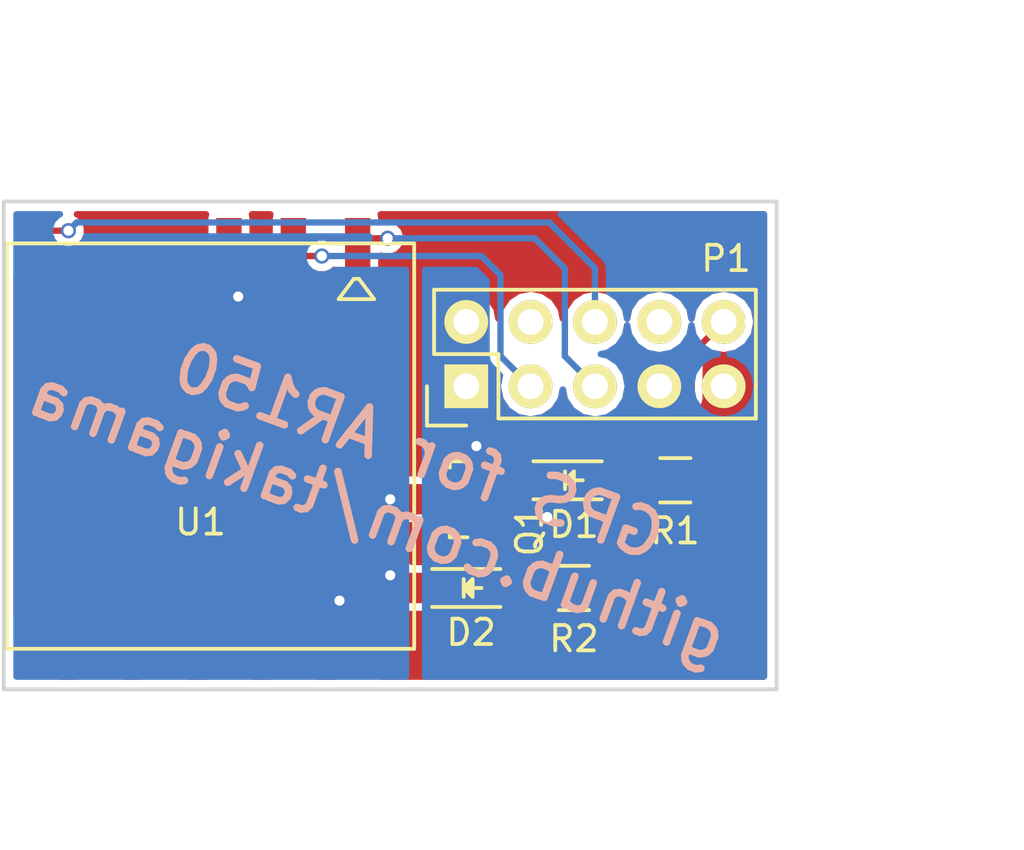
<source format=kicad_pcb>
(kicad_pcb (version 4) (host pcbnew 4.0.2+dfsg1-stable)

  (general
    (links 17)
    (no_connects 0)
    (area 118.589999 91.125 152.922 120.9815)
    (thickness 1.6)
    (drawings 7)
    (tracks 51)
    (zones 0)
    (modules 7)
    (nets 10)
  )

  (page A4)
  (layers
    (0 F.Cu signal)
    (31 B.Cu signal)
    (32 B.Adhes user)
    (33 F.Adhes user)
    (34 B.Paste user)
    (35 F.Paste user)
    (36 B.SilkS user)
    (37 F.SilkS user)
    (38 B.Mask user)
    (39 F.Mask user)
    (40 Dwgs.User user)
    (41 Cmts.User user)
    (42 Eco1.User user)
    (43 Eco2.User user)
    (44 Edge.Cuts user)
    (45 Margin user)
    (46 B.CrtYd user)
    (47 F.CrtYd user)
    (48 B.Fab user)
    (49 F.Fab user)
  )

  (setup
    (last_trace_width 0.25)
    (user_trace_width 0.4)
    (user_trace_width 0.6)
    (user_trace_width 0.8)
    (user_trace_width 1)
    (user_trace_width 1.2)
    (user_trace_width 1.5)
    (user_trace_width 1.8)
    (user_trace_width 2.5)
    (trace_clearance 0.2)
    (zone_clearance 0.3)
    (zone_45_only no)
    (trace_min 0.2)
    (segment_width 0.2)
    (edge_width 0.15)
    (via_size 0.6)
    (via_drill 0.4)
    (via_min_size 0.4)
    (via_min_drill 0.3)
    (uvia_size 0.3)
    (uvia_drill 0.1)
    (uvias_allowed no)
    (uvia_min_size 0.2)
    (uvia_min_drill 0.1)
    (pcb_text_width 0.3)
    (pcb_text_size 1.5 1.5)
    (mod_edge_width 0.15)
    (mod_text_size 1 1)
    (mod_text_width 0.15)
    (pad_size 1.524 1.524)
    (pad_drill 0.762)
    (pad_to_mask_clearance 0.2)
    (aux_axis_origin 0 0)
    (visible_elements FFFFFF7F)
    (pcbplotparams
      (layerselection 0x00030_80000001)
      (usegerberextensions false)
      (excludeedgelayer true)
      (linewidth 0.100000)
      (plotframeref false)
      (viasonmask false)
      (mode 1)
      (useauxorigin false)
      (hpglpennumber 1)
      (hpglpenspeed 20)
      (hpglpendiameter 15)
      (hpglpenoverlay 2)
      (psnegative false)
      (psa4output false)
      (plotreference true)
      (plotvalue true)
      (plotinvisibletext false)
      (padsonsilk false)
      (subtractmaskfromsilk false)
      (outputformat 1)
      (mirror false)
      (drillshape 1)
      (scaleselection 1)
      (outputdirectory ""))
  )

  (net 0 "")
  (net 1 "Net-(D1-Pad2)")
  (net 2 GND)
  (net 3 "Net-(D2-Pad2)")
  (net 4 GP_GND)
  (net 5 RX)
  (net 6 TX)
  (net 7 GP_14)
  (net 8 +3V3)
  (net 9 GP_17)

  (net_class Default "This is the default net class."
    (clearance 0.2)
    (trace_width 0.25)
    (via_dia 0.6)
    (via_drill 0.4)
    (uvia_dia 0.3)
    (uvia_drill 0.1)
    (add_net +3V3)
    (add_net GND)
    (add_net GP_14)
    (add_net GP_17)
    (add_net GP_GND)
    (add_net "Net-(D1-Pad2)")
    (add_net "Net-(D2-Pad2)")
    (add_net RX)
    (add_net TX)
  )

  (module LEDs:LED_0805 (layer F.Cu) (tedit 55BDE1C2) (tstamp 59119C84)
    (at 141.25 106.25)
    (descr "LED 0805 smd package")
    (tags "LED 0805 SMD")
    (path /59110B72)
    (attr smd)
    (fp_text reference D1 (at 0 1.75) (layer F.SilkS)
      (effects (font (size 1 1) (thickness 0.15)))
    )
    (fp_text value LED (at 9.99 4.745) (layer F.Fab)
      (effects (font (size 1 1) (thickness 0.15)))
    )
    (fp_line (start -1.6 0.75) (end 1.1 0.75) (layer F.SilkS) (width 0.15))
    (fp_line (start -1.6 -0.75) (end 1.1 -0.75) (layer F.SilkS) (width 0.15))
    (fp_line (start -0.1 0.15) (end -0.1 -0.1) (layer F.SilkS) (width 0.15))
    (fp_line (start -0.1 -0.1) (end -0.25 0.05) (layer F.SilkS) (width 0.15))
    (fp_line (start -0.35 -0.35) (end -0.35 0.35) (layer F.SilkS) (width 0.15))
    (fp_line (start 0 0) (end 0.35 0) (layer F.SilkS) (width 0.15))
    (fp_line (start -0.35 0) (end 0 -0.35) (layer F.SilkS) (width 0.15))
    (fp_line (start 0 -0.35) (end 0 0.35) (layer F.SilkS) (width 0.15))
    (fp_line (start 0 0.35) (end -0.35 0) (layer F.SilkS) (width 0.15))
    (fp_line (start 1.9 -0.95) (end 1.9 0.95) (layer F.CrtYd) (width 0.05))
    (fp_line (start 1.9 0.95) (end -1.9 0.95) (layer F.CrtYd) (width 0.05))
    (fp_line (start -1.9 0.95) (end -1.9 -0.95) (layer F.CrtYd) (width 0.05))
    (fp_line (start -1.9 -0.95) (end 1.9 -0.95) (layer F.CrtYd) (width 0.05))
    (pad 2 smd rect (at 1.04902 0 180) (size 1.19888 1.19888) (layers F.Cu F.Paste F.Mask)
      (net 1 "Net-(D1-Pad2)"))
    (pad 1 smd rect (at -1.04902 0 180) (size 1.19888 1.19888) (layers F.Cu F.Paste F.Mask)
      (net 2 GND))
    (model LEDs.3dshapes/LED_0805.wrl
      (at (xyz 0 0 0))
      (scale (xyz 1 1 1))
      (rotate (xyz 0 0 0))
    )
  )

  (module LEDs:LED_0805 (layer F.Cu) (tedit 55BDE1C2) (tstamp 59119C8A)
    (at 137.25 110.5)
    (descr "LED 0805 smd package")
    (tags "LED 0805 SMD")
    (path /59110BF4)
    (attr smd)
    (fp_text reference D2 (at -0.057 1.7565) (layer F.SilkS)
      (effects (font (size 1 1) (thickness 0.15)))
    )
    (fp_text value LED (at 0.193 9.5065) (layer F.Fab)
      (effects (font (size 1 1) (thickness 0.15)))
    )
    (fp_line (start -1.6 0.75) (end 1.1 0.75) (layer F.SilkS) (width 0.15))
    (fp_line (start -1.6 -0.75) (end 1.1 -0.75) (layer F.SilkS) (width 0.15))
    (fp_line (start -0.1 0.15) (end -0.1 -0.1) (layer F.SilkS) (width 0.15))
    (fp_line (start -0.1 -0.1) (end -0.25 0.05) (layer F.SilkS) (width 0.15))
    (fp_line (start -0.35 -0.35) (end -0.35 0.35) (layer F.SilkS) (width 0.15))
    (fp_line (start 0 0) (end 0.35 0) (layer F.SilkS) (width 0.15))
    (fp_line (start -0.35 0) (end 0 -0.35) (layer F.SilkS) (width 0.15))
    (fp_line (start 0 -0.35) (end 0 0.35) (layer F.SilkS) (width 0.15))
    (fp_line (start 0 0.35) (end -0.35 0) (layer F.SilkS) (width 0.15))
    (fp_line (start 1.9 -0.95) (end 1.9 0.95) (layer F.CrtYd) (width 0.05))
    (fp_line (start 1.9 0.95) (end -1.9 0.95) (layer F.CrtYd) (width 0.05))
    (fp_line (start -1.9 0.95) (end -1.9 -0.95) (layer F.CrtYd) (width 0.05))
    (fp_line (start -1.9 -0.95) (end 1.9 -0.95) (layer F.CrtYd) (width 0.05))
    (pad 2 smd rect (at 1.04902 0 180) (size 1.19888 1.19888) (layers F.Cu F.Paste F.Mask)
      (net 3 "Net-(D2-Pad2)"))
    (pad 1 smd rect (at -1.04902 0 180) (size 1.19888 1.19888) (layers F.Cu F.Paste F.Mask)
      (net 4 GP_GND))
    (model LEDs.3dshapes/LED_0805.wrl
      (at (xyz 0 0 0))
      (scale (xyz 1 1 1))
      (rotate (xyz 0 0 0))
    )
  )

  (module Pin_Headers:Pin_Header_Straight_2x05 (layer F.Cu) (tedit 0) (tstamp 59119C98)
    (at 137 102.54 90)
    (descr "Through hole pin header")
    (tags "pin header")
    (path /591108C0)
    (fp_text reference P1 (at 5.04 10.25 180) (layer F.SilkS)
      (effects (font (size 1 1) (thickness 0.15)))
    )
    (fp_text value CONN_02X05 (at 10.29 4.689 180) (layer F.Fab)
      (effects (font (size 1 1) (thickness 0.15)))
    )
    (fp_line (start -1.75 -1.75) (end -1.75 11.95) (layer F.CrtYd) (width 0.05))
    (fp_line (start 4.3 -1.75) (end 4.3 11.95) (layer F.CrtYd) (width 0.05))
    (fp_line (start -1.75 -1.75) (end 4.3 -1.75) (layer F.CrtYd) (width 0.05))
    (fp_line (start -1.75 11.95) (end 4.3 11.95) (layer F.CrtYd) (width 0.05))
    (fp_line (start 3.81 -1.27) (end 3.81 11.43) (layer F.SilkS) (width 0.15))
    (fp_line (start 3.81 11.43) (end -1.27 11.43) (layer F.SilkS) (width 0.15))
    (fp_line (start -1.27 11.43) (end -1.27 1.27) (layer F.SilkS) (width 0.15))
    (fp_line (start 3.81 -1.27) (end 1.27 -1.27) (layer F.SilkS) (width 0.15))
    (fp_line (start 0 -1.55) (end -1.55 -1.55) (layer F.SilkS) (width 0.15))
    (fp_line (start 1.27 -1.27) (end 1.27 1.27) (layer F.SilkS) (width 0.15))
    (fp_line (start 1.27 1.27) (end -1.27 1.27) (layer F.SilkS) (width 0.15))
    (fp_line (start -1.55 -1.55) (end -1.55 0) (layer F.SilkS) (width 0.15))
    (pad 1 thru_hole rect (at 0 0 90) (size 1.7272 1.7272) (drill 1.016) (layers *.Cu *.Mask F.SilkS)
      (net 2 GND))
    (pad 2 thru_hole oval (at 2.54 0 90) (size 1.7272 1.7272) (drill 1.016) (layers *.Cu *.Mask F.SilkS)
      (net 2 GND))
    (pad 3 thru_hole oval (at 0 2.54 90) (size 1.7272 1.7272) (drill 1.016) (layers *.Cu *.Mask F.SilkS)
      (net 5 RX))
    (pad 4 thru_hole oval (at 2.54 2.54 90) (size 1.7272 1.7272) (drill 1.016) (layers *.Cu *.Mask F.SilkS))
    (pad 5 thru_hole oval (at 0 5.08 90) (size 1.7272 1.7272) (drill 1.016) (layers *.Cu *.Mask F.SilkS)
      (net 6 TX))
    (pad 6 thru_hole oval (at 2.54 5.08 90) (size 1.7272 1.7272) (drill 1.016) (layers *.Cu *.Mask F.SilkS)
      (net 7 GP_14))
    (pad 7 thru_hole oval (at 0 7.62 90) (size 1.7272 1.7272) (drill 1.016) (layers *.Cu *.Mask F.SilkS)
      (net 2 GND))
    (pad 8 thru_hole oval (at 2.54 7.62 90) (size 1.7272 1.7272) (drill 1.016) (layers *.Cu *.Mask F.SilkS))
    (pad 9 thru_hole oval (at 0 10.16 90) (size 1.7272 1.7272) (drill 1.016) (layers *.Cu *.Mask F.SilkS)
      (net 8 +3V3))
    (pad 10 thru_hole oval (at 2.54 10.16 90) (size 1.7272 1.7272) (drill 1.016) (layers *.Cu *.Mask F.SilkS)
      (net 9 GP_17))
    (model Pin_Headers.3dshapes/Pin_Header_Straight_2x05.wrl
      (at (xyz 0.05 -0.2 0))
      (scale (xyz 1 1 1))
      (rotate (xyz 0 0 90))
    )
  )

  (module TO_SOT_Packages_SMD:SOT-23 (layer F.Cu) (tedit 553634F8) (tstamp 59119C9F)
    (at 137 107 90)
    (descr "SOT-23, Standard")
    (tags SOT-23)
    (path /59110876)
    (attr smd)
    (fp_text reference Q1 (at -1.25 2.5 90) (layer F.SilkS)
      (effects (font (size 1 1) (thickness 0.15)))
    )
    (fp_text value BSS138 (at -0.372 14.947 90) (layer F.Fab)
      (effects (font (size 1 1) (thickness 0.15)))
    )
    (fp_line (start -1.65 -1.6) (end 1.65 -1.6) (layer F.CrtYd) (width 0.05))
    (fp_line (start 1.65 -1.6) (end 1.65 1.6) (layer F.CrtYd) (width 0.05))
    (fp_line (start 1.65 1.6) (end -1.65 1.6) (layer F.CrtYd) (width 0.05))
    (fp_line (start -1.65 1.6) (end -1.65 -1.6) (layer F.CrtYd) (width 0.05))
    (fp_line (start 1.29916 -0.65024) (end 1.2509 -0.65024) (layer F.SilkS) (width 0.15))
    (fp_line (start -1.49982 0.0508) (end -1.49982 -0.65024) (layer F.SilkS) (width 0.15))
    (fp_line (start -1.49982 -0.65024) (end -1.2509 -0.65024) (layer F.SilkS) (width 0.15))
    (fp_line (start 1.29916 -0.65024) (end 1.49982 -0.65024) (layer F.SilkS) (width 0.15))
    (fp_line (start 1.49982 -0.65024) (end 1.49982 0.0508) (layer F.SilkS) (width 0.15))
    (pad 1 smd rect (at -0.95 1.00076 90) (size 0.8001 0.8001) (layers F.Cu F.Paste F.Mask)
      (net 9 GP_17))
    (pad 2 smd rect (at 0.95 1.00076 90) (size 0.8001 0.8001) (layers F.Cu F.Paste F.Mask)
      (net 2 GND))
    (pad 3 smd rect (at 0 -0.99822 90) (size 0.8001 0.8001) (layers F.Cu F.Paste F.Mask)
      (net 4 GP_GND))
    (model TO_SOT_Packages_SMD.3dshapes/SOT-23.wrl
      (at (xyz 0 0 0))
      (scale (xyz 1 1 1))
      (rotate (xyz 0 0 0))
    )
  )

  (module Resistors_SMD:R_0805 (layer F.Cu) (tedit 5415CDEB) (tstamp 59119CA5)
    (at 145.25 106.25 180)
    (descr "Resistor SMD 0805, reflow soldering, Vishay (see dcrcw.pdf)")
    (tags "resistor 0805")
    (path /59110C24)
    (attr smd)
    (fp_text reference R1 (at 0.012 -2 180) (layer F.SilkS)
      (effects (font (size 1 1) (thickness 0.15)))
    )
    (fp_text value R (at -4.75 0.255 180) (layer F.Fab)
      (effects (font (size 1 1) (thickness 0.15)))
    )
    (fp_line (start -1.6 -1) (end 1.6 -1) (layer F.CrtYd) (width 0.05))
    (fp_line (start -1.6 1) (end 1.6 1) (layer F.CrtYd) (width 0.05))
    (fp_line (start -1.6 -1) (end -1.6 1) (layer F.CrtYd) (width 0.05))
    (fp_line (start 1.6 -1) (end 1.6 1) (layer F.CrtYd) (width 0.05))
    (fp_line (start 0.6 0.875) (end -0.6 0.875) (layer F.SilkS) (width 0.15))
    (fp_line (start -0.6 -0.875) (end 0.6 -0.875) (layer F.SilkS) (width 0.15))
    (pad 1 smd rect (at -0.95 0 180) (size 0.7 1.3) (layers F.Cu F.Paste F.Mask)
      (net 8 +3V3))
    (pad 2 smd rect (at 0.95 0 180) (size 0.7 1.3) (layers F.Cu F.Paste F.Mask)
      (net 1 "Net-(D1-Pad2)"))
    (model Resistors_SMD.3dshapes/R_0805.wrl
      (at (xyz 0 0 0))
      (scale (xyz 1 1 1))
      (rotate (xyz 0 0 0))
    )
  )

  (module Resistors_SMD:R_0805 (layer F.Cu) (tedit 5415CDEB) (tstamp 59119CAB)
    (at 141.25 110.5 180)
    (descr "Resistor SMD 0805, reflow soldering, Vishay (see dcrcw.pdf)")
    (tags "resistor 0805")
    (path /59110C69)
    (attr smd)
    (fp_text reference R2 (at 0 -2.0065 180) (layer F.SilkS)
      (effects (font (size 1 1) (thickness 0.15)))
    )
    (fp_text value R (at -9.0045 -0.0065 180) (layer F.Fab)
      (effects (font (size 1 1) (thickness 0.15)))
    )
    (fp_line (start -1.6 -1) (end 1.6 -1) (layer F.CrtYd) (width 0.05))
    (fp_line (start -1.6 1) (end 1.6 1) (layer F.CrtYd) (width 0.05))
    (fp_line (start -1.6 -1) (end -1.6 1) (layer F.CrtYd) (width 0.05))
    (fp_line (start 1.6 -1) (end 1.6 1) (layer F.CrtYd) (width 0.05))
    (fp_line (start 0.6 0.875) (end -0.6 0.875) (layer F.SilkS) (width 0.15))
    (fp_line (start -0.6 -0.875) (end 0.6 -0.875) (layer F.SilkS) (width 0.15))
    (pad 1 smd rect (at -0.95 0 180) (size 0.7 1.3) (layers F.Cu F.Paste F.Mask)
      (net 8 +3V3))
    (pad 2 smd rect (at 0.95 0 180) (size 0.7 1.3) (layers F.Cu F.Paste F.Mask)
      (net 3 "Net-(D2-Pad2)"))
    (model Resistors_SMD.3dshapes/R_0805.wrl
      (at (xyz 0 0 0))
      (scale (xyz 1 1 1))
      (rotate (xyz 0 0 0))
    )
  )

  (module MyKiCadLibs:QUECTEL-L80 (layer F.Cu) (tedit 593979B8) (tstamp 59119CBF)
    (at 126.365 104.901)
    (path /5911353A)
    (fp_text reference U1 (at 0.148 3) (layer F.SilkS)
      (effects (font (size 1 1) (thickness 0.15)))
    )
    (fp_text value QUECTEL-L80 (at 0.048 -3) (layer F.Fab)
      (effects (font (size 1 1) (thickness 0.15)))
    )
    (fp_line (start 5.6 -5.8) (end 6.2 -6.6) (layer F.SilkS) (width 0.15))
    (fp_line (start 7 -5.8) (end 5.6 -5.8) (layer F.SilkS) (width 0.15))
    (fp_line (start 6.4 -6.6) (end 7 -5.8) (layer F.SilkS) (width 0.15))
    (fp_line (start 6.2 -6.6) (end 6.4 -6.6) (layer F.SilkS) (width 0.15))
    (fp_line (start 8.58 -8) (end -7.5 -8) (layer F.SilkS) (width 0.15))
    (fp_line (start 8.58 8) (end 8.58 -8) (layer F.SilkS) (width 0.15))
    (fp_line (start -7.5 8) (end 8.58 8) (layer F.SilkS) (width 0.15))
    (fp_line (start -7.5 -8) (end -7.5 8) (layer F.SilkS) (width 0.15))
    (pad 6 smd rect (at -6.35 -8) (size 1 2) (layers F.Cu F.Paste F.Mask)
      (net 7 GP_14))
    (pad 5 smd rect (at -3.81 -8) (size 1 2) (layers F.Cu F.Paste F.Mask)
      (net 8 +3V3))
    (pad 4 smd rect (at -1.27 -8) (size 1 2) (layers F.Cu F.Paste F.Mask)
      (net 8 +3V3))
    (pad 3 smd rect (at 1.27 -8) (size 1 2) (layers F.Cu F.Paste F.Mask)
      (net 4 GP_GND))
    (pad 2 smd rect (at 3.81 -8) (size 1 2) (layers F.Cu F.Paste F.Mask)
      (net 5 RX))
    (pad 1 smd rect (at 6.35 -8) (size 1 2) (layers F.Cu F.Paste F.Mask)
      (net 6 TX))
    (pad 7 smd rect (at -6.35 8) (size 1 2) (layers F.Cu F.Paste F.Mask))
    (pad 8 smd rect (at -3.81 8) (size 1 2) (layers F.Cu F.Paste F.Mask))
    (pad 9 smd rect (at -1.27 8) (size 1 2) (layers F.Cu F.Paste F.Mask))
    (pad 10 smd rect (at 1.288 8) (size 1 2) (layers F.Cu F.Paste F.Mask))
    (pad 11 smd rect (at 3.81 8) (size 1 2) (layers F.Cu F.Paste F.Mask))
    (pad 12 smd rect (at 6.35 8) (size 1 2) (layers F.Cu F.Paste F.Mask)
      (net 4 GP_GND))
  )

  (dimension 19.25 (width 0.3) (layer Cmts.User)
    (gr_text "19.250 mm" (at 156.35 104.875 270) (layer Cmts.User)
      (effects (font (size 1.5 1.5) (thickness 0.3)))
    )
    (feature1 (pts (xy 150 114.5) (xy 157.7 114.5)))
    (feature2 (pts (xy 150 95.25) (xy 157.7 95.25)))
    (crossbar (pts (xy 155 95.25) (xy 155 114.5)))
    (arrow1a (pts (xy 155 114.5) (xy 154.413579 113.373496)))
    (arrow1b (pts (xy 155 114.5) (xy 155.586421 113.373496)))
    (arrow2a (pts (xy 155 95.25) (xy 154.413579 96.376504)))
    (arrow2b (pts (xy 155 95.25) (xy 155.586421 96.376504)))
  )
  (dimension 30.5 (width 0.3) (layer Cmts.User)
    (gr_text "30.500 mm" (at 134 89.15) (layer Cmts.User)
      (effects (font (size 1.5 1.5) (thickness 0.3)))
    )
    (feature1 (pts (xy 149.25 94) (xy 149.25 87.8)))
    (feature2 (pts (xy 118.75 94) (xy 118.75 87.8)))
    (crossbar (pts (xy 118.75 90.5) (xy 149.25 90.5)))
    (arrow1a (pts (xy 149.25 90.5) (xy 148.123496 91.086421)))
    (arrow1b (pts (xy 149.25 90.5) (xy 148.123496 89.913579)))
    (arrow2a (pts (xy 118.75 90.5) (xy 119.876504 91.086421)))
    (arrow2b (pts (xy 118.75 90.5) (xy 119.876504 89.913579)))
  )
  (gr_text "GPS for AR150 \ngithub.com/takigama" (at 134 106.25 340) (layer B.SilkS)
    (effects (font (size 1.8 1.8) (thickness 0.3)) (justify mirror))
  )
  (gr_line (start 149.25 95.25) (end 118.75 95.25) (layer Edge.Cuts) (width 0.15))
  (gr_line (start 149.25 114.5) (end 149.25 95.25) (layer Edge.Cuts) (width 0.15))
  (gr_line (start 118.75 114.5) (end 149.25 114.5) (layer Edge.Cuts) (width 0.15))
  (gr_line (start 118.75 95.25) (end 118.75 114.5) (layer Edge.Cuts) (width 0.15))

  (segment (start 142.29902 106.25) (end 144.3 106.25) (width 1.2) (layer F.Cu) (net 1))
  (segment (start 138.00076 106.05) (end 138.00076 105.50076) (width 1.2) (layer F.Cu) (net 2))
  (segment (start 138.00076 105.50076) (end 137.4 104.9) (width 1.2) (layer F.Cu) (net 2))
  (via (at 137.4 104.9) (size 0.6) (drill 0.4) (layers F.Cu B.Cu) (net 2))
  (segment (start 140.20098 106.25) (end 140.20098 107.69902) (width 1.2) (layer F.Cu) (net 2))
  (segment (start 140.20098 107.69902) (end 140.2 107.7) (width 1.2) (layer F.Cu) (net 2))
  (via (at 140.2 107.7) (size 0.6) (drill 0.4) (layers F.Cu B.Cu) (net 2))
  (segment (start 138.29902 110.5) (end 140.3 110.5) (width 1.2) (layer F.Cu) (net 3))
  (segment (start 136.00178 107) (end 134 107) (width 1.2) (layer F.Cu) (net 4))
  (via (at 134 107) (size 0.6) (drill 0.4) (layers F.Cu B.Cu) (net 4))
  (segment (start 134 110.09846) (end 134 110) (width 1.2) (layer F.Cu) (net 4))
  (via (at 134 110) (size 0.6) (drill 0.4) (layers F.Cu B.Cu) (net 4))
  (segment (start 136.20098 110.5) (end 134.40154 110.5) (width 1.2) (layer F.Cu) (net 4))
  (segment (start 134.40154 110.5) (end 134 110.09846) (width 1.2) (layer F.Cu) (net 4))
  (segment (start 132.715 112.901) (end 132.715 111.715) (width 1.2) (layer F.Cu) (net 4))
  (segment (start 132.715 111.715) (end 132 111) (width 1.2) (layer F.Cu) (net 4))
  (via (at 132 111) (size 0.6) (drill 0.4) (layers F.Cu B.Cu) (net 4))
  (segment (start 127.635 96.901) (end 127.635 98.635) (width 1.2) (layer F.Cu) (net 4))
  (segment (start 127.635 98.635) (end 128 99) (width 1.2) (layer F.Cu) (net 4))
  (via (at 128 99) (size 0.6) (drill 0.4) (layers F.Cu B.Cu) (net 4))
  (segment (start 131.3 97.4) (end 130.674 97.4) (width 0.25) (layer F.Cu) (net 5))
  (segment (start 130.674 97.4) (end 130.175 96.901) (width 0.25) (layer F.Cu) (net 5))
  (segment (start 138.351399 98.151399) (end 137.6 97.4) (width 0.25) (layer B.Cu) (net 5))
  (segment (start 137.6 97.4) (end 131.3 97.4) (width 0.25) (layer B.Cu) (net 5))
  (via (at 131.3 97.4) (size 0.6) (drill 0.4) (layers F.Cu B.Cu) (net 5))
  (segment (start 139.54 102.54) (end 138.351399 101.351399) (width 0.25) (layer B.Cu) (net 5))
  (segment (start 138.351399 101.351399) (end 138.351399 98.151399) (width 0.25) (layer B.Cu) (net 5))
  (segment (start 133.9 96.7) (end 132.916 96.7) (width 0.25) (layer F.Cu) (net 6))
  (segment (start 132.916 96.7) (end 132.715 96.901) (width 0.25) (layer F.Cu) (net 6))
  (via (at 133.9 96.7) (size 0.6) (drill 0.4) (layers F.Cu B.Cu) (net 6))
  (segment (start 140.891399 97.891399) (end 139.7 96.7) (width 0.25) (layer B.Cu) (net 6))
  (segment (start 139.7 96.7) (end 133.9 96.7) (width 0.25) (layer B.Cu) (net 6))
  (segment (start 142.08 102.54) (end 140.891399 101.351399) (width 0.25) (layer B.Cu) (net 6))
  (segment (start 140.891399 101.351399) (end 140.891399 97.891399) (width 0.25) (layer B.Cu) (net 6))
  (segment (start 121.625002 96.074998) (end 121.599999 96.100001) (width 0.25) (layer B.Cu) (net 7))
  (segment (start 140.274998 96.074998) (end 121.625002 96.074998) (width 0.25) (layer B.Cu) (net 7))
  (segment (start 142.08 97.88) (end 140.274998 96.074998) (width 0.25) (layer B.Cu) (net 7))
  (segment (start 142.08 100) (end 142.08 97.88) (width 0.25) (layer B.Cu) (net 7))
  (segment (start 121.599999 96.100001) (end 121.3 96.4) (width 0.25) (layer B.Cu) (net 7))
  (segment (start 121.3 96.4) (end 120.516 96.4) (width 0.25) (layer F.Cu) (net 7))
  (segment (start 120.516 96.4) (end 120.015 96.901) (width 0.25) (layer F.Cu) (net 7))
  (via (at 121.3 96.4) (size 0.6) (drill 0.4) (layers F.Cu B.Cu) (net 7))
  (segment (start 125.095 96.901) (end 122.555 96.901) (width 1.2) (layer F.Cu) (net 8))
  (segment (start 145.9 103.01913) (end 145.9 101.26) (width 0.25) (layer F.Cu) (net 9))
  (segment (start 145.9 101.26) (end 147.16 100) (width 0.25) (layer F.Cu) (net 9))
  (segment (start 140.267098 104.4) (end 144.51913 104.4) (width 0.25) (layer F.Cu) (net 9))
  (segment (start 144.51913 104.4) (end 145.9 103.01913) (width 0.25) (layer F.Cu) (net 9))
  (segment (start 139 107.60081) (end 139 105.667098) (width 0.25) (layer F.Cu) (net 9))
  (segment (start 139 105.667098) (end 140.267098 104.4) (width 0.25) (layer F.Cu) (net 9))
  (segment (start 138.00076 107.95) (end 138.65081 107.95) (width 0.25) (layer F.Cu) (net 9))
  (segment (start 138.65081 107.95) (end 139 107.60081) (width 0.25) (layer F.Cu) (net 9))

  (zone (net 4) (net_name GP_GND) (layer B.Cu) (tstamp 0) (hatch edge 0.508)
    (connect_pads yes (clearance 0.3))
    (min_thickness 0.254)
    (fill yes (arc_segments 16) (thermal_gap 0.508) (thermal_bridge_width 0.508))
    (polygon
      (pts
        (xy 118.75 95.5) (xy 118.75 114.25) (xy 134.75 114.25) (xy 134.75 95.5)
      )
    )
    (filled_polygon
      (pts
        (xy 120.888725 95.78332) (xy 120.684039 95.98765) (xy 120.573126 96.254756) (xy 120.572874 96.543975) (xy 120.68332 96.811275)
        (xy 120.88765 97.015961) (xy 121.154756 97.126874) (xy 121.443975 97.127126) (xy 121.711275 97.01668) (xy 121.915961 96.81235)
        (xy 121.992926 96.626998) (xy 133.173063 96.626998) (xy 133.172874 96.843975) (xy 133.174537 96.848) (xy 131.7762 96.848)
        (xy 131.71235 96.784039) (xy 131.445244 96.673126) (xy 131.156025 96.672874) (xy 130.888725 96.78332) (xy 130.684039 96.98765)
        (xy 130.573126 97.254756) (xy 130.572874 97.543975) (xy 130.68332 97.811275) (xy 130.88765 98.015961) (xy 131.154756 98.126874)
        (xy 131.443975 98.127126) (xy 131.711275 98.01668) (xy 131.776068 97.952) (xy 134.623 97.952) (xy 134.623 113.998)
        (xy 119.252 113.998) (xy 119.252 95.752) (xy 120.964525 95.752)
      )
    )
  )
  (zone (net 2) (net_name GND) (layer B.Cu) (tstamp 0) (hatch edge 0.508)
    (connect_pads yes (clearance 0.3))
    (min_thickness 0.254)
    (fill yes (arc_segments 16) (thermal_gap 0.508) (thermal_bridge_width 0.508))
    (polygon
      (pts
        (xy 135.25 95.5) (xy 135.25 114.25) (xy 149 114.25) (xy 149 95.5)
      )
    )
    (filled_polygon
      (pts
        (xy 148.748 113.998) (xy 135.377 113.998) (xy 135.377 97.952) (xy 137.371354 97.952) (xy 137.799399 98.380045)
        (xy 137.799399 101.351399) (xy 137.841417 101.562641) (xy 137.961076 101.741722) (xy 138.329812 102.110458) (xy 138.2494 102.514716)
        (xy 138.2494 102.565284) (xy 138.347641 103.059175) (xy 138.627408 103.477876) (xy 139.046109 103.757643) (xy 139.54 103.855884)
        (xy 140.033891 103.757643) (xy 140.452592 103.477876) (xy 140.732359 103.059175) (xy 140.81 102.668847) (xy 140.887641 103.059175)
        (xy 141.167408 103.477876) (xy 141.586109 103.757643) (xy 142.08 103.855884) (xy 142.573891 103.757643) (xy 142.992592 103.477876)
        (xy 143.272359 103.059175) (xy 143.3706 102.565284) (xy 143.3706 102.514716) (xy 143.272359 102.020825) (xy 142.992592 101.602124)
        (xy 142.573891 101.322357) (xy 142.310675 101.27) (xy 142.573891 101.217643) (xy 142.992592 100.937876) (xy 143.272359 100.519175)
        (xy 143.35 100.128847) (xy 143.427641 100.519175) (xy 143.707408 100.937876) (xy 144.126109 101.217643) (xy 144.62 101.315884)
        (xy 145.113891 101.217643) (xy 145.532592 100.937876) (xy 145.812359 100.519175) (xy 145.89 100.128847) (xy 145.967641 100.519175)
        (xy 146.247408 100.937876) (xy 146.666109 101.217643) (xy 146.929325 101.27) (xy 146.666109 101.322357) (xy 146.247408 101.602124)
        (xy 145.967641 102.020825) (xy 145.8694 102.514716) (xy 145.8694 102.565284) (xy 145.967641 103.059175) (xy 146.247408 103.477876)
        (xy 146.666109 103.757643) (xy 147.16 103.855884) (xy 147.653891 103.757643) (xy 148.072592 103.477876) (xy 148.352359 103.059175)
        (xy 148.4506 102.565284) (xy 148.4506 102.514716) (xy 148.352359 102.020825) (xy 148.072592 101.602124) (xy 147.653891 101.322357)
        (xy 147.390675 101.27) (xy 147.653891 101.217643) (xy 148.072592 100.937876) (xy 148.352359 100.519175) (xy 148.4506 100.025284)
        (xy 148.4506 99.974716) (xy 148.352359 99.480825) (xy 148.072592 99.062124) (xy 147.653891 98.782357) (xy 147.16 98.684116)
        (xy 146.666109 98.782357) (xy 146.247408 99.062124) (xy 145.967641 99.480825) (xy 145.89 99.871153) (xy 145.812359 99.480825)
        (xy 145.532592 99.062124) (xy 145.113891 98.782357) (xy 144.62 98.684116) (xy 144.126109 98.782357) (xy 143.707408 99.062124)
        (xy 143.427641 99.480825) (xy 143.35 99.871153) (xy 143.272359 99.480825) (xy 142.992592 99.062124) (xy 142.632 98.821184)
        (xy 142.632 97.88) (xy 142.589982 97.668759) (xy 142.470323 97.489677) (xy 140.732646 95.752) (xy 148.748 95.752)
      )
    )
  )
  (zone (net 8) (net_name +3V3) (layer F.Cu) (tstamp 0) (hatch edge 0.508)
    (connect_pads yes (clearance 0.3))
    (min_thickness 0.254)
    (fill yes (arc_segments 16) (thermal_gap 0.508) (thermal_bridge_width 0.508))
    (polygon
      (pts
        (xy 119 95.5) (xy 119 114.25) (xy 149 114.25) (xy 149 95.5)
      )
    )
    (filled_polygon
      (pts
        (xy 126.699635 95.901) (xy 126.699635 96.487841) (xy 126.686176 96.507984) (xy 126.608 96.901) (xy 126.608 98.635)
        (xy 126.686176 99.028016) (xy 126.908801 99.361199) (xy 127.273801 99.726199) (xy 127.606984 99.948824) (xy 128 100.027001)
        (xy 128.393016 99.948824) (xy 128.726199 99.726199) (xy 128.948824 99.393016) (xy 129.027001 99) (xy 128.948824 98.606984)
        (xy 128.726199 98.273801) (xy 128.662 98.209602) (xy 128.662 96.901) (xy 128.583824 96.507984) (xy 128.570365 96.487841)
        (xy 128.570365 95.901) (xy 128.542329 95.752) (xy 129.269809 95.752) (xy 129.239635 95.901) (xy 129.239635 97.901)
        (xy 129.269409 98.059237) (xy 129.362927 98.204567) (xy 129.505619 98.302064) (xy 129.675 98.336365) (xy 130.675 98.336365)
        (xy 130.833237 98.306591) (xy 130.978567 98.213073) (xy 131.063387 98.088934) (xy 131.154756 98.126874) (xy 131.443975 98.127126)
        (xy 131.711275 98.01668) (xy 131.78715 97.940937) (xy 131.809409 98.059237) (xy 131.902927 98.204567) (xy 132.045619 98.302064)
        (xy 132.215 98.336365) (xy 133.215 98.336365) (xy 133.373237 98.306591) (xy 133.518567 98.213073) (xy 133.616064 98.070381)
        (xy 133.650365 97.901) (xy 133.650365 97.383527) (xy 133.754756 97.426874) (xy 134.043975 97.427126) (xy 134.311275 97.31668)
        (xy 134.515961 97.11235) (xy 134.626874 96.845244) (xy 134.627126 96.556025) (xy 134.51668 96.288725) (xy 134.31235 96.084039)
        (xy 134.045244 95.973126) (xy 133.756025 95.972874) (xy 133.650365 96.016532) (xy 133.650365 95.901) (xy 133.622329 95.752)
        (xy 148.748 95.752) (xy 148.748 113.998) (xy 133.630722 113.998) (xy 133.650365 113.901) (xy 133.650365 113.314159)
        (xy 133.663824 113.294016) (xy 133.742 112.901) (xy 133.742 111.715005) (xy 133.742001 111.715) (xy 133.663824 111.321985)
        (xy 133.663824 111.321984) (xy 133.447755 110.998612) (xy 133.675339 111.226196) (xy 133.675341 111.226199) (xy 134.008524 111.448824)
        (xy 134.40154 111.527) (xy 135.562998 111.527) (xy 135.60154 111.534805) (xy 136.80042 111.534805) (xy 136.958657 111.505031)
        (xy 137.103987 111.411513) (xy 137.201484 111.268821) (xy 137.235785 111.09944) (xy 137.235785 109.90056) (xy 137.264215 109.90056)
        (xy 137.264215 111.09944) (xy 137.293989 111.257677) (xy 137.387507 111.403007) (xy 137.530199 111.500504) (xy 137.69958 111.534805)
        (xy 138.89846 111.534805) (xy 138.93994 111.527) (xy 139.7454 111.527) (xy 139.780619 111.551064) (xy 139.95 111.585365)
        (xy 140.65 111.585365) (xy 140.808237 111.555591) (xy 140.953567 111.462073) (xy 141.051064 111.319381) (xy 141.085365 111.15)
        (xy 141.085365 111.137651) (xy 141.248824 110.893016) (xy 141.327 110.5) (xy 141.248824 110.106984) (xy 141.085365 109.862349)
        (xy 141.085365 109.85) (xy 141.055591 109.691763) (xy 140.962073 109.546433) (xy 140.819381 109.448936) (xy 140.65 109.414635)
        (xy 139.95 109.414635) (xy 139.791763 109.444409) (xy 139.747332 109.473) (xy 138.937002 109.473) (xy 138.89846 109.465195)
        (xy 137.69958 109.465195) (xy 137.541343 109.494969) (xy 137.396013 109.588487) (xy 137.298516 109.731179) (xy 137.264215 109.90056)
        (xy 137.235785 109.90056) (xy 137.206011 109.742323) (xy 137.112493 109.596993) (xy 136.969801 109.499496) (xy 136.80042 109.465195)
        (xy 135.60154 109.465195) (xy 135.56006 109.473) (xy 134.859299 109.473) (xy 134.726199 109.273801) (xy 134.393016 109.051176)
        (xy 134 108.973) (xy 133.606984 109.051176) (xy 133.273801 109.273801) (xy 133.051176 109.606984) (xy 132.973 110)
        (xy 132.973 110.09846) (xy 133.051176 110.491476) (xy 133.267246 110.814849) (xy 132.726199 110.273801) (xy 132.393016 110.051176)
        (xy 132 109.973) (xy 131.606984 110.051176) (xy 131.273801 110.273801) (xy 131.051176 110.606984) (xy 130.973 111)
        (xy 131.051176 111.393016) (xy 131.273801 111.726199) (xy 131.688 112.140397) (xy 131.688 112.901) (xy 131.766176 113.294016)
        (xy 131.779635 113.314159) (xy 131.779635 113.901) (xy 131.797887 113.998) (xy 131.090722 113.998) (xy 131.110365 113.901)
        (xy 131.110365 111.901) (xy 131.080591 111.742763) (xy 130.987073 111.597433) (xy 130.844381 111.499936) (xy 130.675 111.465635)
        (xy 129.675 111.465635) (xy 129.516763 111.495409) (xy 129.371433 111.588927) (xy 129.273936 111.731619) (xy 129.239635 111.901)
        (xy 129.239635 113.901) (xy 129.257887 113.998) (xy 128.568722 113.998) (xy 128.588365 113.901) (xy 128.588365 111.901)
        (xy 128.558591 111.742763) (xy 128.465073 111.597433) (xy 128.322381 111.499936) (xy 128.153 111.465635) (xy 127.153 111.465635)
        (xy 126.994763 111.495409) (xy 126.849433 111.588927) (xy 126.751936 111.731619) (xy 126.717635 111.901) (xy 126.717635 113.901)
        (xy 126.735887 113.998) (xy 126.010722 113.998) (xy 126.030365 113.901) (xy 126.030365 111.901) (xy 126.000591 111.742763)
        (xy 125.907073 111.597433) (xy 125.764381 111.499936) (xy 125.595 111.465635) (xy 124.595 111.465635) (xy 124.436763 111.495409)
        (xy 124.291433 111.588927) (xy 124.193936 111.731619) (xy 124.159635 111.901) (xy 124.159635 113.901) (xy 124.177887 113.998)
        (xy 123.470722 113.998) (xy 123.490365 113.901) (xy 123.490365 111.901) (xy 123.460591 111.742763) (xy 123.367073 111.597433)
        (xy 123.224381 111.499936) (xy 123.055 111.465635) (xy 122.055 111.465635) (xy 121.896763 111.495409) (xy 121.751433 111.588927)
        (xy 121.653936 111.731619) (xy 121.619635 111.901) (xy 121.619635 113.901) (xy 121.637887 113.998) (xy 120.930722 113.998)
        (xy 120.950365 113.901) (xy 120.950365 111.901) (xy 120.920591 111.742763) (xy 120.827073 111.597433) (xy 120.684381 111.499936)
        (xy 120.515 111.465635) (xy 119.515 111.465635) (xy 119.356763 111.495409) (xy 119.252 111.562823) (xy 119.252 107)
        (xy 132.973 107) (xy 133.051176 107.393016) (xy 133.273801 107.726199) (xy 133.606984 107.948824) (xy 134 108.027)
        (xy 136.00178 108.027) (xy 136.394796 107.948824) (xy 136.727979 107.726199) (xy 136.950604 107.393016) (xy 137.02878 107)
        (xy 136.950604 106.606984) (xy 136.727979 106.273801) (xy 136.394796 106.051176) (xy 136.00178 105.973) (xy 134 105.973)
        (xy 133.606984 106.051176) (xy 133.273801 106.273801) (xy 133.051176 106.606984) (xy 132.973 107) (xy 119.252 107)
        (xy 119.252 101.6764) (xy 135.701035 101.6764) (xy 135.701035 103.4036) (xy 135.730809 103.561837) (xy 135.824327 103.707167)
        (xy 135.967019 103.804664) (xy 136.1364 103.838965) (xy 137.8636 103.838965) (xy 138.021837 103.809191) (xy 138.167167 103.715673)
        (xy 138.264664 103.572981) (xy 138.298965 103.4036) (xy 138.298965 102.814464) (xy 138.347641 103.059175) (xy 138.627408 103.477876)
        (xy 139.046109 103.757643) (xy 139.54 103.855884) (xy 140.033891 103.757643) (xy 140.452592 103.477876) (xy 140.732359 103.059175)
        (xy 140.81 102.668847) (xy 140.887641 103.059175) (xy 141.167408 103.477876) (xy 141.586109 103.757643) (xy 142.040364 103.848)
        (xy 140.267098 103.848) (xy 140.055856 103.890018) (xy 139.876775 104.009677) (xy 138.881141 105.005311) (xy 138.726959 104.774561)
        (xy 138.126199 104.173801) (xy 137.793016 103.951176) (xy 137.4 103.873) (xy 137.006984 103.951176) (xy 136.673801 104.173801)
        (xy 136.451176 104.506984) (xy 136.373 104.9) (xy 136.451176 105.293016) (xy 136.673801 105.626199) (xy 136.97376 105.926158)
        (xy 136.97376 106.05) (xy 137.051936 106.443016) (xy 137.274561 106.776199) (xy 137.607744 106.998824) (xy 138.00076 107.077)
        (xy 138.393776 106.998824) (xy 138.448 106.962593) (xy 138.448 107.124141) (xy 138.40081 107.114585) (xy 137.60071 107.114585)
        (xy 137.442473 107.144359) (xy 137.297143 107.237877) (xy 137.199646 107.380569) (xy 137.165345 107.54995) (xy 137.165345 108.35005)
        (xy 137.195119 108.508287) (xy 137.288637 108.653617) (xy 137.431329 108.751114) (xy 137.60071 108.785415) (xy 138.40081 108.785415)
        (xy 138.559047 108.755641) (xy 138.704377 108.662123) (xy 138.801874 108.519431) (xy 138.811892 108.469959) (xy 138.862052 108.459982)
        (xy 139.041133 108.340323) (xy 139.266102 108.115354) (xy 139.473801 108.426199) (xy 139.806984 108.648824) (xy 140.2 108.727)
        (xy 140.593016 108.648824) (xy 140.926199 108.426199) (xy 140.927179 108.425219) (xy 141.149804 108.092036) (xy 141.227981 107.69902)
        (xy 141.22798 107.699015) (xy 141.22798 106.887982) (xy 141.235785 106.84944) (xy 141.235785 105.65056) (xy 141.264215 105.65056)
        (xy 141.264215 106.84944) (xy 141.293989 107.007677) (xy 141.387507 107.153007) (xy 141.530199 107.250504) (xy 141.69958 107.284805)
        (xy 142.89846 107.284805) (xy 142.93994 107.277) (xy 143.7454 107.277) (xy 143.780619 107.301064) (xy 143.95 107.335365)
        (xy 144.65 107.335365) (xy 144.808237 107.305591) (xy 144.953567 107.212073) (xy 145.051064 107.069381) (xy 145.085365 106.9)
        (xy 145.085365 106.887651) (xy 145.248824 106.643016) (xy 145.327 106.25) (xy 145.248824 105.856984) (xy 145.085365 105.612349)
        (xy 145.085365 105.6) (xy 145.055591 105.441763) (xy 144.962073 105.296433) (xy 144.819381 105.198936) (xy 144.65 105.164635)
        (xy 143.95 105.164635) (xy 143.791763 105.194409) (xy 143.747332 105.223) (xy 142.937002 105.223) (xy 142.89846 105.215195)
        (xy 141.69958 105.215195) (xy 141.541343 105.244969) (xy 141.396013 105.338487) (xy 141.298516 105.481179) (xy 141.264215 105.65056)
        (xy 141.235785 105.65056) (xy 141.206011 105.492323) (xy 141.112493 105.346993) (xy 140.969801 105.249496) (xy 140.80042 105.215195)
        (xy 140.232549 105.215195) (xy 140.495744 104.952) (xy 144.51913 104.952) (xy 144.730372 104.909982) (xy 144.909453 104.790323)
        (xy 146.290323 103.409453) (xy 146.409982 103.230372) (xy 146.452 103.01913) (xy 146.452 101.488646) (xy 146.713564 101.227082)
        (xy 147.16 101.315884) (xy 147.653891 101.217643) (xy 148.072592 100.937876) (xy 148.352359 100.519175) (xy 148.4506 100.025284)
        (xy 148.4506 99.974716) (xy 148.352359 99.480825) (xy 148.072592 99.062124) (xy 147.653891 98.782357) (xy 147.16 98.684116)
        (xy 146.666109 98.782357) (xy 146.247408 99.062124) (xy 145.967641 99.480825) (xy 145.89 99.871153) (xy 145.812359 99.480825)
        (xy 145.532592 99.062124) (xy 145.113891 98.782357) (xy 144.62 98.684116) (xy 144.126109 98.782357) (xy 143.707408 99.062124)
        (xy 143.427641 99.480825) (xy 143.35 99.871153) (xy 143.272359 99.480825) (xy 142.992592 99.062124) (xy 142.573891 98.782357)
        (xy 142.08 98.684116) (xy 141.586109 98.782357) (xy 141.167408 99.062124) (xy 140.887641 99.480825) (xy 140.81 99.871153)
        (xy 140.732359 99.480825) (xy 140.452592 99.062124) (xy 140.033891 98.782357) (xy 139.54 98.684116) (xy 139.046109 98.782357)
        (xy 138.627408 99.062124) (xy 138.347641 99.480825) (xy 138.27 99.871153) (xy 138.192359 99.480825) (xy 137.912592 99.062124)
        (xy 137.493891 98.782357) (xy 137 98.684116) (xy 136.506109 98.782357) (xy 136.087408 99.062124) (xy 135.807641 99.480825)
        (xy 135.7094 99.974716) (xy 135.7094 100.025284) (xy 135.807641 100.519175) (xy 136.087408 100.937876) (xy 136.506109 101.217643)
        (xy 136.623709 101.241035) (xy 136.1364 101.241035) (xy 135.978163 101.270809) (xy 135.832833 101.364327) (xy 135.735336 101.507019)
        (xy 135.701035 101.6764) (xy 119.252 101.6764) (xy 119.252 98.238097) (xy 119.345619 98.302064) (xy 119.515 98.336365)
        (xy 120.515 98.336365) (xy 120.673237 98.306591) (xy 120.818567 98.213073) (xy 120.916064 98.070381) (xy 120.950365 97.901)
        (xy 120.950365 97.042003) (xy 121.154756 97.126874) (xy 121.443975 97.127126) (xy 121.711275 97.01668) (xy 121.915961 96.81235)
        (xy 122.026874 96.545244) (xy 122.027126 96.256025) (xy 121.91668 95.988725) (xy 121.71235 95.784039) (xy 121.635192 95.752)
        (xy 126.729809 95.752)
      )
    )
  )
)

</source>
